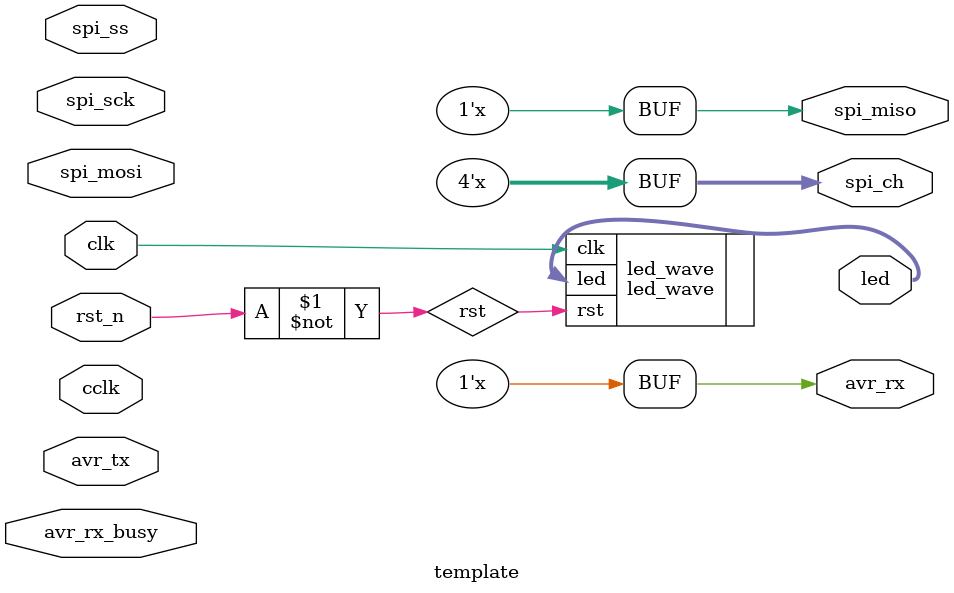
<source format=v>


module template
  (

  // Clocks and hardware
  input clk,
  input rst_n,
  input cclk,
  output [7:0] led,

  // AVR SPI connections
  input spi_sck,
  input spi_ss,
  input spi_mosi,
  output spi_miso,
  output [3:0] spi_ch,

  // Serial connections
  input avr_tx,
  output avr_rx,
  input avr_rx_busy

  );

  // Swicth reset button
  wire rst = ~rst_n;

  // These signals should be disconnected when not used
  assign spi_miso = 1'bz;
  assign avr_rx = 1'bz;
  assign spi_ch = 4'bzzzz;

  // Connect the 'led_wave' module
  led_wave
    #(
	 .LEN(24)
	 )
    led_wave
    (
    .clk(clk),
    .rst(rst),
    .led(led)
    );

endmodule




</source>
